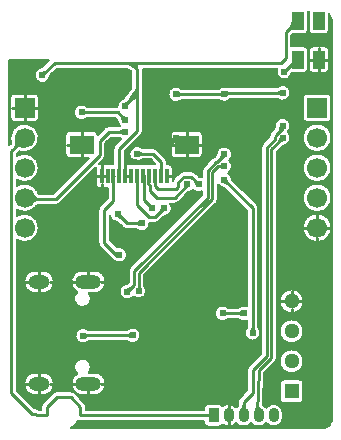
<source format=gbl>
G04 Layer: BottomLayer*
G04 EasyEDA Pro v2.2.32.3, 2024-12-05 12:24:41*
G04 Gerber Generator version 0.3*
G04 Scale: 100 percent, Rotated: No, Reflected: No*
G04 Dimensions in millimeters*
G04 Leading zeros omitted, absolute positions, 3 integers and 5 decimals*
%FSLAX35Y35*%
%MOMM*%
%ADD10C,0.2032*%
%ADD11C,0.254*%
%ADD12R,0.9X1.2*%
%ADD13O,0.9X1.2*%
%ADD14O,1.8X1.2*%
%ADD15O,2.2000X1.2*%
%ADD16O,2.2X1.2*%
%ADD17R,2.0X1.6*%
%ADD18R,2.0X1.6*%
%ADD19R,0.29997X1.3*%
%ADD20R,1.7X1.7*%
%ADD21C,1.7*%
%ADD22R,1.2954X1.2954*%
%ADD23C,1.2954*%
%ADD24R,0.997X1.54501*%
%ADD25C,0.61*%
G75*


G04 Copper Start*
G36*
G01X48099Y-1153292D02*
G01X35814Y-1165577D01*
G01X35814Y-447676D01*
G01X372715Y-447676D01*
G01X313163Y-507227D01*
G01X310373Y-507550D01*
G03X268430Y-620570I4948J-66129D01*
G03X381450Y-578627I46891J46891D01*
G01X381773Y-575837D01*
G01X439195Y-518414D01*
G01X1029172Y-518414D01*
G02X1069086Y-542289I-67599J-158313D01*
G01X1069086Y-682809D01*
G02X1025694Y-744476I-198949J93890D01*
G01X997788Y-772382D01*
G01X996416Y-773553D01*
G01X995169Y-774384D01*
G01X987824Y-778169D01*
G03X949725Y-840486I28176J-60031D01*
G01X693163Y-840486D01*
G01X690960Y-838739D01*
G03X581386Y-889000I-43260J-50261D01*
G03X690960Y-939261I66314J0D01*
G01X693163Y-937514D01*
G01X932405Y-937514D01*
G01X949548Y-954658D01*
G01X949871Y-957452D01*
G03X973375Y-1003300I66129J4952D01*
G01X972740Y-1003839D01*
G01X970537Y-1005586D01*
G01X876300Y-1005586D01*
G03X841995Y-1019795I0J-48514D01*
G01X782916Y-1078874D01*
G03X747192Y-1045588I-35725J-2528D01*
G01X547192Y-1045588D01*
G03X511378Y-1081402I0J-35814D01*
G01X511378Y-1241402D01*
G03X547192Y-1277216I35814J0D01*
G01X707625Y-1277216D01*
G01X407755Y-1577086D01*
G01X290992Y-1577086D01*
G01X287690Y-1576921D01*
G01X286424Y-1576713D01*
G01X286038Y-1576527D01*
G01X285309Y-1575776D01*
G01X284322Y-1574564D01*
G01X280110Y-1568360D01*
G01X274956Y-1559931D01*
G01X274576Y-1559324D01*
G01X268318Y-1549536D01*
G03X266838Y-1547395I-30174J-19292D01*
G01X264814Y-1544686D01*
G03X100714Y-1510673I-99714J-68214D01*
G01X100714Y-1461127D01*
G03X285914Y-1358900I64386J102227D01*
G03X100714Y-1256673I-120814J0D01*
G01X100714Y-1237895D01*
G01X116708Y-1221901D01*
G01X119637Y-1219219D01*
G01X120260Y-1218864D01*
G01X127676Y-1220520D01*
G01X137392Y-1222759D01*
G03X140141Y-1223280I8042J34899D01*
G01X143992Y-1223856D01*
G03X150512Y-1224830I21108J118956D01*
G01X151401Y-1224963D01*
G03X154710Y-1225301I5293J35421D01*
G01X156097Y-1225378D01*
G03X160723Y-1225635I9003J120478D01*
G01X161015Y-1225651D01*
G01X163461Y-1225703D01*
G03X167591Y-1225688I1639J120803D01*
G03X171718Y-1225532I-2491J120788D01*
G03X250528Y-1019472I-6725J120673D01*
G03X44468Y-1098282I-85388J-85535D01*
G03X44297Y-1106539I120632J-6618D01*
G01X44349Y-1108985D01*
G01X44365Y-1109277D01*
G03X44622Y-1113903I120735J4377D01*
G01X44699Y-1115290D01*
G03X45037Y-1118599I35759J1984D01*
G01X45170Y-1119488D01*
G03X46144Y-1126008I119930J14588D01*
G01X46720Y-1129859D01*
G03X47241Y-1132608I35421J5293D01*
G01X49480Y-1142324D01*
G01X51153Y-1149861D01*
G01X50781Y-1150363D01*
G01X48099Y-1153292D01*
G37*
%LPC*%
G36*
G01X44286Y-935900D02*
G03X80100Y-971714I35814J0D01*
G01X250100Y-971714D01*
G03X285914Y-935900I0J35814D01*
G01X285914Y-765900D01*
G03X250100Y-730086I-35814J0D01*
G01X80100Y-730086D01*
G03X44286Y-765900I0J-35814D01*
G01X44286Y-935900D01*
G37*
%LPD*%
G36*
G01X2700000Y-3564186D02*
G01X553974Y-3564186D01*
G03X618515Y-3498827I-58674J122486D01*
G03X638000Y-3502912I19485J44429D01*
G01X1684478Y-3502907D01*
G01X1684478Y-3514392D01*
G03X1720292Y-3550206I35814J0D01*
G01X1810292Y-3550206D01*
G03X1841389Y-3532159I0J35814D01*
G03X1955792Y-3519379I50904J62767D01*
G03X2082792Y-3519379I63500J49986D01*
G03X2209792Y-3519379I63500J49986D01*
G03X2354106Y-3469392I63500J49986D01*
G01X2354106Y-3439392D01*
G03X2209792Y-3389406I-80814J0D01*
G03X2188645Y-3370565I-63500J-49986D01*
G01X2188068Y-3370143D01*
G01X2187272Y-3369070D01*
G01X2186259Y-3367310D01*
G01X2185368Y-3365291D01*
G01X2184800Y-3363505D01*
G01X2184615Y-3362542D01*
G01X2184557Y-3361365D01*
G01X2194103Y-3093752D01*
G01X2287465Y-3000390D01*
G03X2301675Y-2966085I-34305J34305D01*
G01X2301675Y-1221335D01*
G01X2351658Y-1171352D01*
G01X2354452Y-1171029D01*
G03X2412619Y-1125236I-4952J66129D01*
G03X2392125Y-1054100I-63119J20336D01*
G03X2370504Y-940400I-42625J50800D01*
G03X2284904Y-1018297I-21004J-62900D01*
G01X2256795Y-1046405D01*
G03X2243408Y-1071817I34305J-34305D01*
G03X2234631Y-1099648I39737J-27831D01*
G01X2234631Y-1100814D01*
G01X2183256Y-1152189D01*
G03X2169047Y-1186493I34305J-34305D01*
G01X2169047Y-2931244D01*
G01X2063696Y-3036595D01*
G03X2049486Y-3070900I34305J-34305D01*
G01X2049486Y-3241305D01*
G01X1984988Y-3305803D01*
G03X1970778Y-3340108I34305J-34305D01*
G01X1970778Y-3367905D01*
G01X1970694Y-3368917D01*
G01X1970564Y-3369473D01*
G01X1970023Y-3370961D01*
G01X1969018Y-3373053D01*
G01X1967602Y-3375453D01*
G01X1965890Y-3377907D01*
G01X1964046Y-3380188D01*
G01X1961738Y-3382661D01*
G03X1955792Y-3389406I57554J-56731D01*
G03X1841389Y-3376625I-63500J-49986D01*
G03X1810292Y-3358578I-31096J-17767D01*
G01X1720292Y-3358578D01*
G03X1684478Y-3394392I0J-35814D01*
G01X1684478Y-3405879D01*
G01X686514Y-3405884D01*
G01X686514Y-3382592D01*
G03X672305Y-3348287I-48514J0D01*
G01X588713Y-3264695D01*
G03X554408Y-3250486I-34305J-34305D01*
G01X436192Y-3250486D01*
G03X401887Y-3264695I0J-48514D01*
G01X318295Y-3348287D01*
G03X304086Y-3382592I34305J-34305D01*
G01X304086Y-3405886D01*
G01X286725Y-3405886D01*
G03X254000Y-3393186I-32725J-35814D01*
G01X248695Y-3393186D01*
G01X100714Y-3245205D01*
G01X100714Y-1969127D01*
G03X285914Y-1866900I64386J102227D01*
G03X100714Y-1764673I-120814J0D01*
G01X100714Y-1715089D01*
G03X231325Y-1713946I64415J102233D01*
G03X259327Y-1688512I-66225J101046D01*
G01X265206Y-1682461D01*
G01X270906Y-1677148D01*
G01X274880Y-1674114D01*
G01X427851Y-1674114D01*
G03X462155Y-1659905I0J48514D01*
G01X767851Y-1354208D01*
G03X766356Y-1364449I34319J-10240D01*
G01X766356Y-1494448D01*
G03X802170Y-1530262I35814J0D01*
G01X832168Y-1530262D01*
G03X842124Y-1528850I0J35814D01*
G03X852081Y-1530262I9957J34402D01*
G01X868604Y-1530262D01*
G01X868604Y-1615487D01*
G01X803895Y-1680195D01*
G03X789686Y-1714500I34305J-34305D01*
G01X789686Y-1993900D01*
G03X803895Y-2028205I48514J0D01*
G01X905495Y-2129805D01*
G03X912265Y-2135443I34305J34305D01*
G03X1028375Y-2115661I52935J39943D01*
G03X945187Y-2032278I-63175J20161D01*
G01X886714Y-1973805D01*
G01X886714Y-1760952D01*
G03X947552Y-1818729I65786J8352D01*
G01X950342Y-1819052D01*
G01X994395Y-1863105D01*
G03X1028700Y-1877314I34305J34305D01*
G01X1110237Y-1877314D01*
G01X1112440Y-1879061D01*
G03X1184383Y-1888590I43260J50261D01*
G03X1221975Y-1826514I-28683J59790D01*
G01X1270000Y-1826514D01*
G03X1304305Y-1812305I0J48514D01*
G01X1348358Y-1768252D01*
G01X1351148Y-1767929D01*
G03X1398798Y-1661414I-4948J66129D01*
G01X1435100Y-1661414D01*
G03X1469405Y-1647205I0J48514D01*
G01X1551803Y-1564806D01*
G01X1553337Y-1564299D01*
G01X1557056Y-1563418D01*
G03X1590675Y-1544746I-14006J64818D01*
G03X1668486Y-1557645I47625J46146D01*
G01X1668486Y-1590759D01*
G01X1060396Y-2198849D01*
G03X1046186Y-2233154I34305J-34305D01*
G01X1046186Y-2326905D01*
G01X1032892Y-2340198D01*
G01X1030098Y-2340521D01*
G03X975999Y-2436824I4952J-66129D01*
G03X1085737Y-2449409I59051J30174D01*
G03X1177501Y-2446879I44563J49109D01*
G03X1178814Y-2355090I-47201J46579D01*
G01X1178814Y-2267995D01*
G01X1786905Y-1659905D01*
G03X1801114Y-1625600I-34305J34305D01*
G01X1801114Y-1500242D01*
G03X1849252Y-1526629I53086J39742D01*
G01X1852042Y-1526952D01*
G01X2046986Y-1721895D01*
G01X2046986Y-2530542D01*
G03X1976040Y-2540539I-27686J-60258D01*
G01X1973837Y-2542286D01*
G01X1886963Y-2542286D01*
G01X1884760Y-2540539D01*
G03X1775186Y-2590800I-43260J-50261D01*
G03X1884760Y-2641061I66314J0D01*
G01X1886963Y-2639314D01*
G01X1973837Y-2639314D01*
G01X1976040Y-2641061D01*
G03X2046986Y-2651058I43260J50261D01*
G01X2046986Y-2710437D01*
G01X2045239Y-2712640D01*
G03X2095500Y-2822214I50261J-43260D01*
G03X2145761Y-2712640I0J66314D01*
G01X2144014Y-2710437D01*
G01X2144014Y-1701800D01*
G03X2129805Y-1667495I-48514J0D01*
G01X1920652Y-1458342D01*
G01X1920329Y-1455552D01*
G03X1887837Y-1403350I-66129J-4948D01*
G03X1920285Y-1351703I-33637J57150D01*
G03X1896825Y-1295400I-66085J5503D01*
G03X1879356Y-1183242I-42625J50800D01*
G03X1788182Y-1250858I-25156J-61358D01*
G01X1774989Y-1264050D01*
G03X1754349Y-1276296I13665J-46550D01*
G01X1682696Y-1347949D01*
G03X1668486Y-1382254I34305J-34305D01*
G01X1668486Y-1439555D01*
G03X1643248Y-1432471I-30186J-59045D01*
G01X1640458Y-1432148D01*
G01X1609105Y-1400795D01*
G03X1574800Y-1386586I-34305J-34305D01*
G01X1511300Y-1386586D01*
G03X1476995Y-1400795I0J-48514D01*
G01X1431456Y-1446335D01*
G03X1418019Y-1472020I34305J-34305D01*
G01X1418019Y-1364449D01*
G03X1382205Y-1328635I-35814J0D01*
G01X1369314Y-1328635D01*
G01X1369314Y-1308100D01*
G03X1355105Y-1273795I-48514J0D01*
G01X1286494Y-1205185D01*
G03X1252190Y-1190976I-34305J-34305D01*
G01X1163063Y-1190976D01*
G01X1160860Y-1189229D01*
G03X1051286Y-1239490I-43260J-50261D01*
G03X1160860Y-1289751I66314J0D01*
G01X1163063Y-1288004D01*
G01X1232094Y-1288004D01*
G01X1272286Y-1328195D01*
G01X1272286Y-1328635D01*
G01X1252131Y-1328635D01*
G03X1242111Y-1330065I0J-35814D01*
G03X1232091Y-1328635I-10020J-34384D01*
G01X1202093Y-1328635D01*
G03X1192136Y-1330047I0J-35814D01*
G03X1182180Y-1328635I-9957J-34402D01*
G01X1152182Y-1328635D01*
G03X1142225Y-1330047I0J-35814D01*
G03X1132269Y-1328635I-9957J-34402D01*
G01X1102271Y-1328635D01*
G03X1092251Y-1330065I0J-35814D01*
G03X1082231Y-1328635I-10020J-34384D01*
G01X1052233Y-1328635D01*
G03X1042213Y-1330065I0J-35814D01*
G03X1032193Y-1328635I-10020J-34384D01*
G01X1013714Y-1328635D01*
G01X1013714Y-1220286D01*
G01X1151905Y-1082095D01*
G03X1166114Y-1047790I-34305J34305D01*
G01X1166114Y-520700D01*
G01X1166060Y-518414D01*
G01X2301942Y-518414D01*
G03X2343127Y-609612I60258J-27686D01*
G03X2427742Y-556193I19073J63512D01*
G01X2429088Y-556218D01*
G01X2528788Y-556218D01*
G03X2564602Y-520404I0J35814D01*
G01X2564602Y-365904D01*
G03X2528788Y-330090I-35814J0D01*
G01X2429088Y-330090D01*
G03X2423414Y-330542I0J-35814D01*
G01X2423414Y-232520D01*
G02X2432395Y-228710I15525J-24108D01*
G01X2528788Y-228710D01*
G03X2564602Y-192896I0J35814D01*
G01X2564602Y-38396D01*
G03X2564509Y-35814I-35814J0D01*
G01X2571371Y-35814D01*
G03X2571278Y-38396I35721J-2582D01*
G01X2571278Y-192896D01*
G03X2607092Y-228710I35814J0D01*
G01X2706792Y-228710D01*
G03X2742606Y-192896I0J35814D01*
G01X2742606Y-51994D01*
G02X2764186Y-100000I-42606J-48006D01*
G01X2764186Y-3500000D01*
G02X2700000Y-3564186I-64186J0D01*
G37*
%LPC*%
G36*
G01X317274Y-2228083D02*
G01X257274Y-2228083D01*
G03X257274Y-2419711I0J-95814D01*
G01X317274Y-2419711D01*
G03X317274Y-2228083I0J95814D01*
G37*
G36*
G01X317274Y-3092089D02*
G01X257274Y-3092089D01*
G03X257274Y-3283717I0J-95814D01*
G01X317274Y-3283717D01*
G03X317274Y-3092089I0J95814D01*
G37*
G36*
G01X755282Y-2419711D02*
G03X755282Y-2228083I0J95814D01*
G01X655282Y-2228083D01*
G03X613167Y-2409959I0J-95814D01*
G03X648031Y-2537343I42102J-56940D01*
G03X708071Y-2419711I7239J70444D01*
G01X755282Y-2419711D01*
G37*
G36*
G01X655282Y-3283717D02*
G01X755282Y-3283717D01*
G03X755282Y-3092089I0J95814D01*
G01X708071Y-3092089D01*
G03X648031Y-2974457I-52802J47188D01*
G03X613167Y-3101841I7239J-70444D01*
G03X655282Y-3283717I42115J-86062D01*
G37*
G36*
G01X1034037Y-2825193D02*
G01X1036240Y-2826940D01*
G03X1145814Y-2776679I43260J50261D01*
G03X1036240Y-2726418I-66314J0D01*
G01X1034037Y-2728165D01*
G01X700868Y-2728165D01*
G01X699375Y-2727420D01*
G01X696098Y-2725414D01*
G03X594724Y-2790477I-35698J-55886D01*
G03X710050Y-2825259I65676J9177D01*
G01X1034037Y-2825193D01*
G37*
G36*
G01X2304037Y-772414D02*
G01X2306240Y-774161D01*
G03X2415814Y-723900I43260J50261D01*
G03X2306240Y-673639I-66314J0D01*
G01X2304037Y-675386D01*
G01X1889224Y-675386D01*
G01X1885618Y-675190D01*
G01X1880897Y-674614D01*
G01X1876254Y-673798D01*
G01X1872646Y-672903D01*
G03X1810940Y-686339I-18446J-63697D01*
G01X1808737Y-688086D01*
G01X1493263Y-688086D01*
G01X1491060Y-686339D01*
G03X1381486Y-736600I-43260J-50261D01*
G03X1491060Y-786861I66314J0D01*
G01X1493263Y-785114D01*
G01X1808737Y-785114D01*
G01X1810940Y-786861D01*
G03X1910011Y-772414I43260J50261D01*
G01X2304037Y-772414D01*
G37*
G36*
G01X1673022Y-1081352D02*
G03X1637208Y-1045538I-35814J0D01*
G01X1437208Y-1045538D01*
G03X1401394Y-1081352I0J-35814D01*
G01X1401394Y-1241351D01*
G03X1437208Y-1277165I35814J0D01*
G01X1637208Y-1277165D01*
G03X1673022Y-1241351I0J35814D01*
G01X1673022Y-1081352D01*
G37*
G36*
G01X2425700Y-2388616D02*
G03X2425700Y-2589784I0J-100584D01*
G03X2425700Y-2388616I0J100584D01*
G37*
G36*
G01X2425700Y-2642616D02*
G03X2425700Y-2843784I0J-100584D01*
G03X2425700Y-2642616I0J100584D01*
G37*
G36*
G01X2325116Y-3315970D02*
G03X2360930Y-3351784I35814J0D01*
G01X2490470Y-3351784D01*
G03X2526284Y-3315970I0J35814D01*
G01X2526284Y-3186430D01*
G03X2490470Y-3150616I-35814J0D01*
G01X2360930Y-3150616D01*
G03X2325116Y-3186430I0J-35814D01*
G01X2325116Y-3315970D01*
G37*
G36*
G01X2425700Y-2896616D02*
G03X2425700Y-3097784I0J-100584D01*
G03X2425700Y-2896616I0J100584D01*
G37*
G36*
G01X2520786Y-935900D02*
G03X2556600Y-971714I35814J0D01*
G01X2726600Y-971714D01*
G03X2762414Y-935900I0J35814D01*
G01X2762414Y-765900D01*
G03X2726600Y-730086I-35814J0D01*
G01X2556600Y-730086D01*
G03X2520786Y-765900I0J-35814D01*
G01X2520786Y-935900D01*
G37*
G36*
G01X2641600Y-1492086D02*
G03X2641600Y-1733714I0J-120814D01*
G03X2641600Y-1492086I0J120814D01*
G37*
G36*
G01X2641600Y-1238086D02*
G03X2641600Y-1479714I0J-120814D01*
G03X2641600Y-1238086I0J120814D01*
G37*
G36*
G01X2641600Y-984086D02*
G03X2641600Y-1225714I0J-120814D01*
G03X2641600Y-984086I0J120814D01*
G37*
G36*
G01X2641600Y-1746086D02*
G03X2641600Y-1987714I0J-120814D01*
G03X2641600Y-1746086I0J120814D01*
G37*
G36*
G01X2607092Y-330090D02*
G03X2571278Y-365904I0J-35814D01*
G01X2571278Y-520404D01*
G03X2607092Y-556218I35814J0D01*
G01X2706792Y-556218D01*
G03X2742606Y-520404I0J35814D01*
G01X2742606Y-365904D01*
G03X2706792Y-330090I-35814J0D01*
G01X2607092Y-330090D01*
G37*
%LPD*%
G36*
G01X849006Y-1150003D02*
G01X896395Y-1102614D01*
G01X970537Y-1102614D01*
G01X972740Y-1104361D01*
G03X984387Y-1112394I43260J50261D01*
G01X930895Y-1165886D01*
G03X916686Y-1200190I34305J-34305D01*
G01X916686Y-1328635D01*
G01X902119Y-1328635D01*
G03X892099Y-1330065I0J-35814D01*
G03X882079Y-1328635I-10020J-34384D01*
G01X852081Y-1328635D01*
G03X842124Y-1330047I0J-35814D01*
G03X832168Y-1328635I-9957J-34402D01*
G01X802170Y-1328635D01*
G03X791930Y-1330130I0J-35814D01*
G01X834797Y-1287263D01*
G03X849006Y-1252959I-34305J34305D01*
G01X849006Y-1150003D01*
G37*
G54D10*
G01X48099Y-1153292D02*
G01X35814Y-1165577D01*
G01X35814Y-447676D01*
G01X372715Y-447676D01*
G01X313163Y-507227D01*
G01X310373Y-507550D01*
G03X268430Y-620570I4948J-66129D01*
G03X381450Y-578627I46891J46891D01*
G01X381773Y-575837D01*
G01X439195Y-518414D01*
G01X1029172Y-518414D01*
G02X1069086Y-542289I-67599J-158313D01*
G01X1069086Y-682809D01*
G02X1025694Y-744476I-198949J93890D01*
G01X997788Y-772382D01*
G01X996416Y-773553D01*
G01X995169Y-774384D01*
G01X987824Y-778169D01*
G03X949725Y-840486I28176J-60031D01*
G01X693163Y-840486D01*
G01X690960Y-838739D01*
G03X581386Y-889000I-43260J-50261D01*
G03X690960Y-939261I66314J0D01*
G01X693163Y-937514D01*
G01X932405Y-937514D01*
G01X949548Y-954658D01*
G01X949871Y-957452D01*
G03X973375Y-1003300I66129J4952D01*
G01X972740Y-1003839D01*
G01X970537Y-1005586D01*
G01X876300Y-1005586D01*
G03X841995Y-1019795I0J-48514D01*
G01X782916Y-1078874D01*
G03X747192Y-1045588I-35725J-2528D01*
G01X547192Y-1045588D01*
G03X511378Y-1081402I0J-35814D01*
G01X511378Y-1241402D01*
G03X547192Y-1277216I35814J0D01*
G01X707625Y-1277216D01*
G01X407755Y-1577086D01*
G01X290992Y-1577086D01*
G01X287690Y-1576921D01*
G01X286424Y-1576713D01*
G01X286038Y-1576527D01*
G01X285309Y-1575776D01*
G01X284322Y-1574564D01*
G01X280110Y-1568360D01*
G01X274956Y-1559931D01*
G01X274576Y-1559324D01*
G01X268318Y-1549536D01*
G03X266838Y-1547395I-30174J-19292D01*
G01X264814Y-1544686D01*
G03X100714Y-1510673I-99714J-68214D01*
G01X100714Y-1461127D01*
G03X285914Y-1358900I64386J102227D01*
G03X100714Y-1256673I-120814J0D01*
G01X100714Y-1237895D01*
G01X116708Y-1221901D01*
G01X119637Y-1219219D01*
G01X120260Y-1218864D01*
G01X127676Y-1220520D01*
G01X137392Y-1222759D01*
G03X140141Y-1223280I8042J34899D01*
G01X143992Y-1223856D01*
G03X150512Y-1224830I21108J118956D01*
G01X151401Y-1224963D01*
G03X154710Y-1225301I5293J35421D01*
G01X156097Y-1225378D01*
G03X160723Y-1225635I9003J120478D01*
G01X161015Y-1225651D01*
G01X163461Y-1225703D01*
G03X167591Y-1225688I1639J120803D01*
G03X171718Y-1225532I-2491J120788D01*
G03X250528Y-1019472I-6725J120673D01*
G03X44468Y-1098282I-85388J-85535D01*
G03X44297Y-1106539I120632J-6618D01*
G01X44349Y-1108985D01*
G01X44365Y-1109277D01*
G03X44622Y-1113903I120735J4377D01*
G01X44699Y-1115290D01*
G03X45037Y-1118599I35759J1984D01*
G01X45170Y-1119488D01*
G03X46144Y-1126008I119930J14588D01*
G01X46720Y-1129859D01*
G03X47241Y-1132608I35421J5293D01*
G01X49480Y-1142324D01*
G01X51153Y-1149861D01*
G01X50781Y-1150363D01*
G01X48099Y-1153292D01*
G01X44286Y-935900D02*
G03X80100Y-971714I35814J0D01*
G01X250100Y-971714D01*
G03X285914Y-935900I0J35814D01*
G01X285914Y-765900D01*
G03X250100Y-730086I-35814J0D01*
G01X80100Y-730086D01*
G03X44286Y-765900I0J-35814D01*
G01X44286Y-935900D01*
G01X2700000Y-3564186D02*
G01X553974Y-3564186D01*
G03X618515Y-3498827I-58674J122486D01*
G03X638000Y-3502912I19485J44429D01*
G01X1684478Y-3502907D01*
G01X1684478Y-3514392D01*
G03X1720292Y-3550206I35814J0D01*
G01X1810292Y-3550206D01*
G03X1841389Y-3532159I0J35814D01*
G03X1955792Y-3519379I50904J62767D01*
G03X2082792Y-3519379I63500J49986D01*
G03X2209792Y-3519379I63500J49986D01*
G03X2354106Y-3469392I63500J49986D01*
G01X2354106Y-3439392D01*
G03X2209792Y-3389406I-80814J0D01*
G03X2188645Y-3370565I-63500J-49986D01*
G01X2188068Y-3370143D01*
G01X2187272Y-3369070D01*
G01X2186259Y-3367310D01*
G01X2185368Y-3365291D01*
G01X2184800Y-3363505D01*
G01X2184615Y-3362542D01*
G01X2184557Y-3361365D01*
G01X2194103Y-3093752D01*
G01X2287465Y-3000390D01*
G03X2301675Y-2966085I-34305J34305D01*
G01X2301675Y-1221335D01*
G01X2351658Y-1171352D01*
G01X2354452Y-1171029D01*
G03X2412619Y-1125236I-4952J66129D01*
G03X2392125Y-1054100I-63119J20336D01*
G03X2370504Y-940400I-42625J50800D01*
G03X2284904Y-1018297I-21004J-62900D01*
G01X2256795Y-1046405D01*
G03X2243408Y-1071817I34305J-34305D01*
G03X2234631Y-1099648I39737J-27831D01*
G01X2234631Y-1100814D01*
G01X2183256Y-1152189D01*
G03X2169047Y-1186493I34305J-34305D01*
G01X2169047Y-2931244D01*
G01X2063696Y-3036595D01*
G03X2049486Y-3070900I34305J-34305D01*
G01X2049486Y-3241305D01*
G01X1984988Y-3305803D01*
G03X1970778Y-3340108I34305J-34305D01*
G01X1970778Y-3367905D01*
G01X1970694Y-3368917D01*
G01X1970564Y-3369473D01*
G01X1970023Y-3370961D01*
G01X1969018Y-3373053D01*
G01X1967602Y-3375453D01*
G01X1965890Y-3377907D01*
G01X1964046Y-3380188D01*
G01X1961738Y-3382661D01*
G03X1955792Y-3389406I57554J-56731D01*
G03X1841389Y-3376625I-63500J-49986D01*
G03X1810292Y-3358578I-31096J-17767D01*
G01X1720292Y-3358578D01*
G03X1684478Y-3394392I0J-35814D01*
G01X1684478Y-3405879D01*
G01X686514Y-3405884D01*
G01X686514Y-3382592D01*
G03X672305Y-3348287I-48514J0D01*
G01X588713Y-3264695D01*
G03X554408Y-3250486I-34305J-34305D01*
G01X436192Y-3250486D01*
G03X401887Y-3264695I0J-48514D01*
G01X318295Y-3348287D01*
G03X304086Y-3382592I34305J-34305D01*
G01X304086Y-3405886D01*
G01X286725Y-3405886D01*
G03X254000Y-3393186I-32725J-35814D01*
G01X248695Y-3393186D01*
G01X100714Y-3245205D01*
G01X100714Y-1969127D01*
G03X285914Y-1866900I64386J102227D01*
G03X100714Y-1764673I-120814J0D01*
G01X100714Y-1715089D01*
G03X231325Y-1713946I64415J102233D01*
G03X259327Y-1688512I-66225J101046D01*
G01X265206Y-1682461D01*
G01X270906Y-1677148D01*
G01X274880Y-1674114D01*
G01X427851Y-1674114D01*
G03X462155Y-1659905I0J48514D01*
G01X767851Y-1354208D01*
G03X766356Y-1364449I34319J-10240D01*
G01X766356Y-1494448D01*
G03X802170Y-1530262I35814J0D01*
G01X832168Y-1530262D01*
G03X842124Y-1528850I0J35814D01*
G03X852081Y-1530262I9957J34402D01*
G01X868604Y-1530262D01*
G01X868604Y-1615487D01*
G01X803895Y-1680195D01*
G03X789686Y-1714500I34305J-34305D01*
G01X789686Y-1993900D01*
G03X803895Y-2028205I48514J0D01*
G01X905495Y-2129805D01*
G03X912265Y-2135443I34305J34305D01*
G03X1028375Y-2115661I52935J39943D01*
G03X945187Y-2032278I-63175J20161D01*
G01X886714Y-1973805D01*
G01X886714Y-1760952D01*
G03X947552Y-1818729I65786J8352D01*
G01X950342Y-1819052D01*
G01X994395Y-1863105D01*
G03X1028700Y-1877314I34305J34305D01*
G01X1110237Y-1877314D01*
G01X1112440Y-1879061D01*
G03X1184383Y-1888590I43260J50261D01*
G03X1221975Y-1826514I-28683J59790D01*
G01X1270000Y-1826514D01*
G03X1304305Y-1812305I0J48514D01*
G01X1348358Y-1768252D01*
G01X1351148Y-1767929D01*
G03X1398798Y-1661414I-4948J66129D01*
G01X1435100Y-1661414D01*
G03X1469405Y-1647205I0J48514D01*
G01X1551803Y-1564806D01*
G01X1553337Y-1564299D01*
G01X1557056Y-1563418D01*
G03X1590675Y-1544746I-14006J64818D01*
G03X1668486Y-1557645I47625J46146D01*
G01X1668486Y-1590759D01*
G01X1060396Y-2198849D01*
G03X1046186Y-2233154I34305J-34305D01*
G01X1046186Y-2326905D01*
G01X1032892Y-2340198D01*
G01X1030098Y-2340521D01*
G03X975999Y-2436824I4952J-66129D01*
G03X1085737Y-2449409I59051J30174D01*
G03X1177501Y-2446879I44563J49109D01*
G03X1178814Y-2355090I-47201J46579D01*
G01X1178814Y-2267995D01*
G01X1786905Y-1659905D01*
G03X1801114Y-1625600I-34305J34305D01*
G01X1801114Y-1500242D01*
G03X1849252Y-1526629I53086J39742D01*
G01X1852042Y-1526952D01*
G01X2046986Y-1721895D01*
G01X2046986Y-2530542D01*
G03X1976040Y-2540539I-27686J-60258D01*
G01X1973837Y-2542286D01*
G01X1886963Y-2542286D01*
G01X1884760Y-2540539D01*
G03X1775186Y-2590800I-43260J-50261D01*
G03X1884760Y-2641061I66314J0D01*
G01X1886963Y-2639314D01*
G01X1973837Y-2639314D01*
G01X1976040Y-2641061D01*
G03X2046986Y-2651058I43260J50261D01*
G01X2046986Y-2710437D01*
G01X2045239Y-2712640D01*
G03X2095500Y-2822214I50261J-43260D01*
G03X2145761Y-2712640I0J66314D01*
G01X2144014Y-2710437D01*
G01X2144014Y-1701800D01*
G03X2129805Y-1667495I-48514J0D01*
G01X1920652Y-1458342D01*
G01X1920329Y-1455552D01*
G03X1887837Y-1403350I-66129J-4948D01*
G03X1920285Y-1351703I-33637J57150D01*
G03X1896825Y-1295400I-66085J5503D01*
G03X1879356Y-1183242I-42625J50800D01*
G03X1788182Y-1250858I-25156J-61358D01*
G01X1774989Y-1264050D01*
G03X1754349Y-1276296I13665J-46550D01*
G01X1682696Y-1347949D01*
G03X1668486Y-1382254I34305J-34305D01*
G01X1668486Y-1439555D01*
G03X1643248Y-1432471I-30186J-59045D01*
G01X1640458Y-1432148D01*
G01X1609105Y-1400795D01*
G03X1574800Y-1386586I-34305J-34305D01*
G01X1511300Y-1386586D01*
G03X1476995Y-1400795I0J-48514D01*
G01X1431456Y-1446335D01*
G03X1418019Y-1472020I34305J-34305D01*
G01X1418019Y-1364449D01*
G03X1382205Y-1328635I-35814J0D01*
G01X1369314Y-1328635D01*
G01X1369314Y-1308100D01*
G03X1355105Y-1273795I-48514J0D01*
G01X1286494Y-1205185D01*
G03X1252190Y-1190976I-34305J-34305D01*
G01X1163063Y-1190976D01*
G01X1160860Y-1189229D01*
G03X1051286Y-1239490I-43260J-50261D01*
G03X1160860Y-1289751I66314J0D01*
G01X1163063Y-1288004D01*
G01X1232094Y-1288004D01*
G01X1272286Y-1328195D01*
G01X1272286Y-1328635D01*
G01X1252131Y-1328635D01*
G03X1242111Y-1330065I0J-35814D01*
G03X1232091Y-1328635I-10020J-34384D01*
G01X1202093Y-1328635D01*
G03X1192136Y-1330047I0J-35814D01*
G03X1182180Y-1328635I-9957J-34402D01*
G01X1152182Y-1328635D01*
G03X1142225Y-1330047I0J-35814D01*
G03X1132269Y-1328635I-9957J-34402D01*
G01X1102271Y-1328635D01*
G03X1092251Y-1330065I0J-35814D01*
G03X1082231Y-1328635I-10020J-34384D01*
G01X1052233Y-1328635D01*
G03X1042213Y-1330065I0J-35814D01*
G03X1032193Y-1328635I-10020J-34384D01*
G01X1013714Y-1328635D01*
G01X1013714Y-1220286D01*
G01X1151905Y-1082095D01*
G03X1166114Y-1047790I-34305J34305D01*
G01X1166114Y-520700D01*
G01X1166060Y-518414D01*
G01X2301942Y-518414D01*
G03X2343127Y-609612I60258J-27686D01*
G03X2427742Y-556193I19073J63512D01*
G01X2429088Y-556218D01*
G01X2528788Y-556218D01*
G03X2564602Y-520404I0J35814D01*
G01X2564602Y-365904D01*
G03X2528788Y-330090I-35814J0D01*
G01X2429088Y-330090D01*
G03X2423414Y-330542I0J-35814D01*
G01X2423414Y-232520D01*
G02X2432395Y-228710I15525J-24108D01*
G01X2528788Y-228710D01*
G03X2564602Y-192896I0J35814D01*
G01X2564602Y-38396D01*
G03X2564509Y-35814I-35814J0D01*
G01X2571371Y-35814D01*
G03X2571278Y-38396I35721J-2582D01*
G01X2571278Y-192896D01*
G03X2607092Y-228710I35814J0D01*
G01X2706792Y-228710D01*
G03X2742606Y-192896I0J35814D01*
G01X2742606Y-51994D01*
G02X2764186Y-100000I-42606J-48006D01*
G01X2764186Y-3500000D01*
G02X2700000Y-3564186I-64186J0D01*
G01X317274Y-2228083D02*
G01X257274Y-2228083D01*
G03X257274Y-2419711I0J-95814D01*
G01X317274Y-2419711D01*
G03X317274Y-2228083I0J95814D01*
G01X317274Y-3092089D02*
G01X257274Y-3092089D01*
G03X257274Y-3283717I0J-95814D01*
G01X317274Y-3283717D01*
G03X317274Y-3092089I0J95814D01*
G01X755282Y-2419711D02*
G03X755282Y-2228083I0J95814D01*
G01X655282Y-2228083D01*
G03X613167Y-2409959I0J-95814D01*
G03X648031Y-2537343I42102J-56940D01*
G03X708071Y-2419711I7239J70444D01*
G01X755282Y-2419711D01*
G01X655282Y-3283717D02*
G01X755282Y-3283717D01*
G03X755282Y-3092089I0J95814D01*
G01X708071Y-3092089D01*
G03X648031Y-2974457I-52802J47188D01*
G03X613167Y-3101841I7239J-70444D01*
G03X655282Y-3283717I42115J-86062D01*
G01X1034037Y-2825193D02*
G01X1036240Y-2826940D01*
G03X1145814Y-2776679I43260J50261D01*
G03X1036240Y-2726418I-66314J0D01*
G01X1034037Y-2728165D01*
G01X700868Y-2728165D01*
G01X699375Y-2727420D01*
G01X696098Y-2725414D01*
G03X594724Y-2790477I-35698J-55886D01*
G03X710050Y-2825259I65676J9177D01*
G01X1034037Y-2825193D01*
G01X2304037Y-772414D02*
G01X2306240Y-774161D01*
G03X2415814Y-723900I43260J50261D01*
G03X2306240Y-673639I-66314J0D01*
G01X2304037Y-675386D01*
G01X1889224Y-675386D01*
G01X1885618Y-675190D01*
G01X1880897Y-674614D01*
G01X1876254Y-673798D01*
G01X1872646Y-672903D01*
G03X1810940Y-686339I-18446J-63697D01*
G01X1808737Y-688086D01*
G01X1493263Y-688086D01*
G01X1491060Y-686339D01*
G03X1381486Y-736600I-43260J-50261D01*
G03X1491060Y-786861I66314J0D01*
G01X1493263Y-785114D01*
G01X1808737Y-785114D01*
G01X1810940Y-786861D01*
G03X1910011Y-772414I43260J50261D01*
G01X2304037Y-772414D01*
G01X1673022Y-1081352D02*
G03X1637208Y-1045538I-35814J0D01*
G01X1437208Y-1045538D01*
G03X1401394Y-1081352I0J-35814D01*
G01X1401394Y-1241351D01*
G03X1437208Y-1277165I35814J0D01*
G01X1637208Y-1277165D01*
G03X1673022Y-1241351I0J35814D01*
G01X1673022Y-1081352D01*
G01X2425700Y-2388616D02*
G03X2425700Y-2589784I0J-100584D01*
G03X2425700Y-2388616I0J100584D01*
G01X2425700Y-2642616D02*
G03X2425700Y-2843784I0J-100584D01*
G03X2425700Y-2642616I0J100584D01*
G01X2325116Y-3315970D02*
G03X2360930Y-3351784I35814J0D01*
G01X2490470Y-3351784D01*
G03X2526284Y-3315970I0J35814D01*
G01X2526284Y-3186430D01*
G03X2490470Y-3150616I-35814J0D01*
G01X2360930Y-3150616D01*
G03X2325116Y-3186430I0J-35814D01*
G01X2325116Y-3315970D01*
G01X2425700Y-2896616D02*
G03X2425700Y-3097784I0J-100584D01*
G03X2425700Y-2896616I0J100584D01*
G01X2520786Y-935900D02*
G03X2556600Y-971714I35814J0D01*
G01X2726600Y-971714D01*
G03X2762414Y-935900I0J35814D01*
G01X2762414Y-765900D01*
G03X2726600Y-730086I-35814J0D01*
G01X2556600Y-730086D01*
G03X2520786Y-765900I0J-35814D01*
G01X2520786Y-935900D01*
G01X2641600Y-1492086D02*
G03X2641600Y-1733714I0J-120814D01*
G03X2641600Y-1492086I0J120814D01*
G01X2641600Y-1238086D02*
G03X2641600Y-1479714I0J-120814D01*
G03X2641600Y-1238086I0J120814D01*
G01X2641600Y-984086D02*
G03X2641600Y-1225714I0J-120814D01*
G03X2641600Y-984086I0J120814D01*
G01X2641600Y-1746086D02*
G03X2641600Y-1987714I0J-120814D01*
G03X2641600Y-1746086I0J120814D01*
G01X2607092Y-330090D02*
G03X2571278Y-365904I0J-35814D01*
G01X2571278Y-520404D01*
G03X2607092Y-556218I35814J0D01*
G01X2706792Y-556218D01*
G03X2742606Y-520404I0J35814D01*
G01X2742606Y-365904D01*
G03X2706792Y-330090I-35814J0D01*
G01X2607092Y-330090D01*
G01X849006Y-1150003D02*
G01X896395Y-1102614D01*
G01X970537Y-1102614D01*
G01X972740Y-1104361D01*
G03X984387Y-1112394I43260J50261D01*
G01X930895Y-1165886D01*
G03X916686Y-1200190I34305J-34305D01*
G01X916686Y-1328635D01*
G01X902119Y-1328635D01*
G03X892099Y-1330065I0J-35814D01*
G03X882079Y-1328635I-10020J-34384D01*
G01X852081Y-1328635D01*
G03X842124Y-1330047I0J-35814D01*
G03X832168Y-1328635I-9957J-34402D01*
G01X802170Y-1328635D01*
G03X791930Y-1330130I0J-35814D01*
G01X834797Y-1287263D01*
G03X849006Y-1252959I-34305J34305D01*
G01X849006Y-1150003D01*
G54D11*
G01X547446Y-1161402D02*
G01X521538Y-1161402D01*
G01X647192Y-1081656D02*
G01X647192Y-1055748D01*
G01X647192Y-1241148D02*
G01X647192Y-1267056D01*
G01X802424Y-1429448D02*
G01X776516Y-1429448D01*
G01X817169Y-1364703D02*
G01X817169Y-1338795D01*
G01X817169Y-1494194D02*
G01X817169Y-1520102D01*
G01X1381951Y-1429448D02*
G01X1407859Y-1429448D01*
G01X1636954Y-1161351D02*
G01X1662862Y-1161351D01*
G01X1437462Y-1161351D02*
G01X1411554Y-1161351D01*
G01X1537208Y-1241097D02*
G01X1537208Y-1267005D01*
G01X1537208Y-1081606D02*
G01X1537208Y-1055698D01*
G01X2656942Y-366158D02*
G01X2656942Y-340250D01*
G01X2656942Y-520150D02*
G01X2656942Y-546058D01*
G01X2706538Y-443154D02*
G01X2732446Y-443154D01*
G01X2607346Y-443154D02*
G01X2581438Y-443154D01*
G01X165100Y-766154D02*
G01X165100Y-740246D01*
G01X165100Y-935646D02*
G01X165100Y-961554D01*
G01X249846Y-850900D02*
G01X275754Y-850900D01*
G01X80354Y-850900D02*
G01X54446Y-850900D01*
G01X287274Y-3128157D02*
G01X287274Y-3102249D01*
G01X287274Y-3247649D02*
G01X287274Y-3273557D01*
G01X377020Y-3187903D02*
G01X402928Y-3187903D01*
G01X197528Y-3187903D02*
G01X171620Y-3187903D01*
G01X287274Y-2264151D02*
G01X287274Y-2238243D01*
G01X287274Y-2383643D02*
G01X287274Y-2409551D01*
G01X377020Y-2323897D02*
G01X402928Y-2323897D01*
G01X197528Y-2323897D02*
G01X171620Y-2323897D01*
G01X705282Y-3247649D02*
G01X705282Y-3273557D01*
G01X815028Y-3187903D02*
G01X840936Y-3187903D01*
G01X595536Y-3187903D02*
G01X569628Y-3187903D01*
G01X705282Y-2264151D02*
G01X705282Y-2238243D01*
G01X815028Y-2323897D02*
G01X840936Y-2323897D01*
G01X595536Y-2323897D02*
G01X569628Y-2323897D01*
G01X1892292Y-3394646D02*
G01X1892292Y-3368738D01*
G01X1892292Y-3514138D02*
G01X1892292Y-3540046D01*
G01X2425700Y-2424684D02*
G01X2425700Y-2398776D01*
G01X2425700Y-2553716D02*
G01X2425700Y-2579624D01*
G01X2490216Y-2489200D02*
G01X2516124Y-2489200D01*
G01X2361184Y-2489200D02*
G01X2335276Y-2489200D01*
G01X2641600Y-1782154D02*
G01X2641600Y-1756246D01*
G01X2641600Y-1951646D02*
G01X2641600Y-1977554D01*
G01X2726346Y-1866900D02*
G01X2752254Y-1866900D01*
G01X2556854Y-1866900D02*
G01X2530946Y-1866900D01*
G04 Copper End*

G04 TearDrop Start*
G36*
G01X2006592Y-3369403D02*
G01X2031992Y-3369403D01*
G01X2032420Y-3374510D01*
G01X2033629Y-3379693D01*
G01X2035509Y-3384864D01*
G01X2037946Y-3389937D01*
G01X2040829Y-3394825D01*
G01X2044047Y-3399439D01*
G01X2047489Y-3403694D01*
G01X2051042Y-3407503D01*
G01X1987542Y-3407503D01*
G01X1991096Y-3403694D01*
G01X1994537Y-3399439D01*
G01X1997756Y-3394825D01*
G01X2000639Y-3389937D01*
G01X2003076Y-3384864D01*
G01X2004955Y-3379693D01*
G01X2006164Y-3374510D01*
G01X2006592Y-3369403D01*
G37*
G36*
G01X2122672Y-3379105D02*
G01X2148712Y-3361600D01*
G01X2148967Y-3366822D01*
G01X2150032Y-3372352D01*
G01X2151825Y-3377986D01*
G01X2154264Y-3383514D01*
G01X2157266Y-3388732D01*
G01X2160749Y-3393430D01*
G01X2164631Y-3397402D01*
G01X2168828Y-3400442D01*
G01X2107441Y-3416686D01*
G01X2112868Y-3407535D01*
G01X2117634Y-3398643D01*
G01X2119573Y-3394097D01*
G01X2121112Y-3389378D01*
G01X2122171Y-3384407D01*
G01X2122672Y-3379105D01*
G37*
G36*
G01X91938Y-1196022D02*
G01X73978Y-1178062D01*
G01X78452Y-1173177D01*
G01X81873Y-1168558D01*
G01X84349Y-1164149D01*
G01X85991Y-1159892D01*
G01X86906Y-1155733D01*
G01X87205Y-1151613D01*
G01X86995Y-1147476D01*
G01X86386Y-1143267D01*
G01X84407Y-1134402D01*
G01X82141Y-1124566D01*
G01X80458Y-1113306D01*
G01X80108Y-1107001D01*
G01X80232Y-1100171D01*
G01X169829Y-1189768D01*
G01X162999Y-1189892D01*
G01X156694Y-1189542D01*
G01X145434Y-1187859D01*
G01X135598Y-1185593D01*
G01X126733Y-1183614D01*
G01X122524Y-1183005D01*
G01X118387Y-1182795D01*
G01X114267Y-1183094D01*
G01X110108Y-1184009D01*
G01X105851Y-1185651D01*
G01X101442Y-1188127D01*
G01X96823Y-1191548D01*
G01X91938Y-1196022D01*
G37*
G36*
G01X290096Y-1612900D02*
G01X271164Y-1638300D01*
G01X267250Y-1638688D01*
G01X263334Y-1639795D01*
G01X259423Y-1641539D01*
G01X255521Y-1643835D01*
G01X247773Y-1649750D01*
G01X240136Y-1656870D01*
G01X225390Y-1672047D01*
G01X218376Y-1678766D01*
G01X211665Y-1684011D01*
G01X230596Y-1558723D01*
G01X238145Y-1568828D01*
G01X244403Y-1578616D01*
G01X250000Y-1587769D01*
G01X255566Y-1595970D01*
G01X258534Y-1599614D01*
G01X261729Y-1602901D01*
G01X265232Y-1605791D01*
G01X269120Y-1608244D01*
G01X273471Y-1610222D01*
G01X278365Y-1611683D01*
G01X283881Y-1612589D01*
G01X290096Y-1612900D01*
G37*
G36*
G01X1037817Y-2789379D02*
G01X1037817Y-2763979D01*
G01X1040664Y-2763754D01*
G01X1043538Y-2763117D01*
G01X1049210Y-2760844D01*
G01X1054523Y-2757630D01*
G01X1059167Y-2753946D01*
G01X1059167Y-2799413D01*
G01X1054523Y-2795729D01*
G01X1049210Y-2792515D01*
G01X1043538Y-2790242D01*
G01X1040664Y-2789605D01*
G01X1037817Y-2789379D01*
G37*
G36*
G01X698405Y-2763979D02*
G01X705293Y-2789379D01*
G01X702463Y-2789633D01*
G01X699521Y-2790352D01*
G01X693617Y-2792914D01*
G01X688214Y-2796537D01*
G01X683943Y-2800691D01*
G01X677055Y-2755749D01*
G01X681995Y-2758771D01*
G01X687271Y-2761407D01*
G01X692777Y-2763272D01*
G01X698405Y-2763979D01*
G37*
G36*
G01X1977617Y-2603500D02*
G01X1977617Y-2578100D01*
G01X1980464Y-2577875D01*
G01X1983338Y-2577238D01*
G01X1989010Y-2574965D01*
G01X1994323Y-2571751D01*
G01X1998967Y-2568066D01*
G01X1998967Y-2613534D01*
G01X1994323Y-2609849D01*
G01X1989010Y-2606635D01*
G01X1983338Y-2604362D01*
G01X1980464Y-2603725D01*
G01X1977617Y-2603500D01*
G37*
G36*
G01X1883183Y-2578100D02*
G01X1883183Y-2603500D01*
G01X1880336Y-2603725D01*
G01X1877462Y-2604362D01*
G01X1871790Y-2606635D01*
G01X1866477Y-2609849D01*
G01X1861833Y-2613534D01*
G01X1861833Y-2568066D01*
G01X1866477Y-2571751D01*
G01X1871790Y-2574965D01*
G01X1877462Y-2577238D01*
G01X1880336Y-2577875D01*
G01X1883183Y-2578100D01*
G37*
G36*
G01X1892655Y-1480994D02*
G01X1874694Y-1498955D01*
G01X1872521Y-1497100D01*
G01X1870039Y-1495519D01*
G01X1864421Y-1493115D01*
G01X1858392Y-1491632D01*
G01X1852503Y-1490953D01*
G01X1884653Y-1458803D01*
G01X1885332Y-1464692D01*
G01X1886815Y-1470721D01*
G01X1889219Y-1476339D01*
G01X1890800Y-1478821D01*
G01X1892655Y-1480994D01*
G37*
G36*
G01X2082800Y-2714217D02*
G01X2108200Y-2714217D01*
G01X2108425Y-2717064D01*
G01X2109062Y-2719938D01*
G01X2111335Y-2725610D01*
G01X2114549Y-2730923D01*
G01X2118234Y-2735567D01*
G01X2072766Y-2735567D01*
G01X2076451Y-2730923D01*
G01X2079665Y-2725610D01*
G01X2081938Y-2719938D01*
G01X2082575Y-2717064D01*
G01X2082800Y-2714217D01*
G37*
G36*
G01X2307817Y-736600D02*
G01X2307817Y-711200D01*
G01X2310664Y-710975D01*
G01X2313538Y-710338D01*
G01X2319210Y-708065D01*
G01X2324523Y-704851D01*
G01X2329167Y-701166D01*
G01X2329167Y-746634D01*
G01X2324523Y-742949D01*
G01X2319210Y-739735D01*
G01X2313538Y-737462D01*
G01X2310664Y-736825D01*
G01X2307817Y-736600D01*
G37*
G36*
G01X1812517Y-749300D02*
G01X1812517Y-723900D01*
G01X1815364Y-723675D01*
G01X1818238Y-723038D01*
G01X1823910Y-720765D01*
G01X1829223Y-717551D01*
G01X1833867Y-713866D01*
G01X1833867Y-759334D01*
G01X1829223Y-755649D01*
G01X1823910Y-752435D01*
G01X1818238Y-750162D01*
G01X1815364Y-749525D01*
G01X1812517Y-749300D01*
G37*
G36*
G01X1888250Y-711200D02*
G01X1903503Y-736600D01*
G01X1900417Y-736823D01*
G01X1897238Y-737474D01*
G01X1894072Y-738525D01*
G01X1891025Y-739948D01*
G01X1888204Y-741715D01*
G01X1885714Y-743798D01*
G01X1883662Y-746170D01*
G01X1882153Y-748802D01*
G01X1863221Y-707464D01*
G01X1868832Y-708857D01*
G01X1875627Y-710051D01*
G01X1882475Y-710886D01*
G01X1888250Y-711200D01*
G37*
G36*
G01X2329006Y-1143355D02*
G01X2311045Y-1125394D01*
G01X2312900Y-1123221D01*
G01X2314481Y-1120739D01*
G01X2316885Y-1115121D01*
G01X2318368Y-1109092D01*
G01X2319047Y-1103203D01*
G01X2351197Y-1135353D01*
G01X2345308Y-1136032D01*
G01X2339279Y-1137515D01*
G01X2333661Y-1139919D01*
G01X2331179Y-1141500D01*
G01X2329006Y-1143355D01*
G37*
G36*
G01X2343383Y-1046387D02*
G01X2314937Y-1038912D01*
G01X2317013Y-1036537D01*
G01X2318848Y-1033821D01*
G01X2320382Y-1030851D01*
G01X2321554Y-1027712D01*
G01X2322303Y-1024492D01*
G01X2322571Y-1021275D01*
G01X2322295Y-1018149D01*
G01X2321416Y-1015198D01*
G01X2364444Y-1029888D01*
G01X2359134Y-1033273D01*
G01X2353449Y-1037524D01*
G01X2343383Y-1046387D01*
G37*
G36*
G01X1427306Y-1143355D02*
G01X1409345Y-1125394D01*
G01X1411200Y-1123221D01*
G01X1412781Y-1120739D01*
G01X1415185Y-1115121D01*
G01X1416668Y-1109092D01*
G01X1417347Y-1103203D01*
G01X1449497Y-1135353D01*
G01X1443608Y-1136032D01*
G01X1437579Y-1137515D01*
G01X1431961Y-1139919D01*
G01X1429479Y-1141500D01*
G01X1427306Y-1143355D01*
G37*
G36*
G01X1114017Y-1841500D02*
G01X1114017Y-1816100D01*
G01X1116864Y-1815875D01*
G01X1119738Y-1815238D01*
G01X1125410Y-1812965D01*
G01X1130723Y-1809751D01*
G01X1135367Y-1806066D01*
G01X1135367Y-1851534D01*
G01X1130723Y-1847849D01*
G01X1125410Y-1844635D01*
G01X1119738Y-1842362D01*
G01X1116864Y-1841725D01*
G01X1114017Y-1841500D01*
G37*
G36*
G01X990955Y-1773094D02*
G01X972994Y-1791055D01*
G01X970821Y-1789200D01*
G01X968339Y-1787619D01*
G01X962721Y-1785215D01*
G01X956692Y-1783732D01*
G01X950803Y-1783053D01*
G01X982953Y-1750903D01*
G01X983632Y-1756792D01*
G01X985115Y-1762821D01*
G01X987519Y-1768439D01*
G01X989100Y-1770921D01*
G01X990955Y-1773094D01*
G37*
G36*
G01X974317Y-1066800D02*
G01X974317Y-1041400D01*
G01X977164Y-1041175D01*
G01X980038Y-1040538D01*
G01X985710Y-1038265D01*
G01X991023Y-1035051D01*
G01X995667Y-1031366D01*
G01X995667Y-1076834D01*
G01X991023Y-1073149D01*
G01X985710Y-1069935D01*
G01X980038Y-1067662D01*
G01X977164Y-1067025D01*
G01X974317Y-1066800D01*
G37*
G36*
G01X1055544Y-2368195D02*
G01X1073505Y-2386156D01*
G01X1071650Y-2388329D01*
G01X1070069Y-2390811D01*
G01X1067665Y-2396429D01*
G01X1066182Y-2402458D01*
G01X1065503Y-2408347D01*
G01X1033353Y-2376197D01*
G01X1039242Y-2375518D01*
G01X1045271Y-2374035D01*
G01X1050889Y-2371631D01*
G01X1053371Y-2370050D01*
G01X1055544Y-2368195D01*
G37*
G36*
G01X1841734Y-1283876D02*
G01X1817177Y-1272511D01*
G01X1818984Y-1270335D01*
G01X1820558Y-1267716D01*
G01X1822935Y-1261611D01*
G01X1824150Y-1255125D01*
G01X1824047Y-1249186D01*
G01X1862108Y-1274057D01*
G01X1856624Y-1275665D01*
G01X1851196Y-1277712D01*
G01X1846131Y-1280385D01*
G01X1841734Y-1283876D01*
G37*
G36*
G01X1325706Y-1740255D02*
G01X1307745Y-1722294D01*
G01X1309600Y-1720121D01*
G01X1311181Y-1717639D01*
G01X1313585Y-1712021D01*
G01X1315068Y-1705992D01*
G01X1315747Y-1700103D01*
G01X1347897Y-1732253D01*
G01X1342008Y-1732932D01*
G01X1335979Y-1734415D01*
G01X1330361Y-1736819D01*
G01X1327879Y-1738400D01*
G01X1325706Y-1740255D01*
G37*
G36*
G01X1528254Y-1537707D02*
G01X1505560Y-1524479D01*
G01X1507383Y-1522298D01*
G01X1508955Y-1519713D01*
G01X1511318Y-1513736D01*
G01X1512581Y-1507362D01*
G01X1512679Y-1501405D01*
G01X1549212Y-1528471D01*
G01X1543571Y-1529807D01*
G01X1537963Y-1531661D01*
G01X1532739Y-1534229D01*
G01X1528254Y-1537707D01*
G37*
G36*
G01X1599845Y-1478106D02*
G01X1617806Y-1460145D01*
G01X1619979Y-1462000D01*
G01X1622461Y-1463581D01*
G01X1628079Y-1465985D01*
G01X1634108Y-1467468D01*
G01X1639997Y-1468147D01*
G01X1607847Y-1500297D01*
G01X1607168Y-1494408D01*
G01X1605685Y-1488379D01*
G01X1603281Y-1482761D01*
G01X1601700Y-1480279D01*
G01X1599845Y-1478106D01*
G37*
G36*
G01X1489483Y-723900D02*
G01X1489483Y-749300D01*
G01X1486636Y-749525D01*
G01X1483762Y-750162D01*
G01X1478090Y-752435D01*
G01X1472777Y-755649D01*
G01X1468133Y-759334D01*
G01X1468133Y-713866D01*
G01X1472777Y-717551D01*
G01X1478090Y-720765D01*
G01X1483762Y-723038D01*
G01X1486636Y-723675D01*
G01X1489483Y-723900D01*
G37*
G36*
G01X977545Y-932006D02*
G01X995506Y-914045D01*
G01X997679Y-915900D01*
G01X1000161Y-917481D01*
G01X1005779Y-919885D01*
G01X1011808Y-921368D01*
G01X1017697Y-922047D01*
G01X985547Y-954197D01*
G01X984868Y-948308D01*
G01X983385Y-942279D01*
G01X980981Y-936661D01*
G01X979400Y-934179D01*
G01X977545Y-932006D01*
G37*
G36*
G01X689383Y-876300D02*
G01X689383Y-901700D01*
G01X686536Y-901925D01*
G01X683662Y-902562D01*
G01X677990Y-904835D01*
G01X672677Y-908049D01*
G01X668033Y-911734D01*
G01X668033Y-866266D01*
G01X672677Y-869951D01*
G01X677990Y-873165D01*
G01X683662Y-875438D01*
G01X686536Y-876075D01*
G01X689383Y-876300D01*
G37*
G36*
G01X1159283Y-1226790D02*
G01X1159283Y-1252190D01*
G01X1156436Y-1252415D01*
G01X1153562Y-1253052D01*
G01X1147890Y-1255325D01*
G01X1142577Y-1258539D01*
G01X1137933Y-1262223D01*
G01X1137933Y-1216756D01*
G01X1142577Y-1220440D01*
G01X1147890Y-1223654D01*
G01X1153562Y-1225927D01*
G01X1156436Y-1226564D01*
G01X1159283Y-1226790D01*
G37*
G36*
G01X2393338Y-211028D02*
G01X2415618Y-152827D01*
G03X2429088Y-112416I-53882J40411D01*
G01X2429088Y-192896D01*
G03X2393338Y-211028I9850J-63732D01*
G37*
G36*
G01X1022117Y-798702D02*
G01X1051541Y-805199D01*
G01X1049636Y-807454D01*
G01X1047953Y-810141D01*
G01X1045431Y-816354D01*
G01X1044684Y-819649D01*
G01X1044341Y-822914D01*
G01X1044446Y-826035D01*
G01X1045047Y-828898D01*
G01X1003528Y-810367D01*
G01X1013352Y-805303D01*
G01X1018043Y-802180D01*
G01X1022117Y-798702D01*
G37*
G36*
G01X1051018Y-769800D02*
G03X1104900Y-690519I-180881J180881D01*
G01X1117600Y-721179D01*
G01X1104900Y-777240D01*
G03X1051018Y-805721I19237J-101600D01*
G01X1051018Y-769800D01*
G37*
G36*
G01X1108620Y-529680D02*
G03X1036139Y-482600I-147046J-147047D01*
G01X1066800Y-469900D01*
G01X1122861Y-482600D01*
G03X1126580Y-511720I20684J-12155D01*
G01X1108620Y-529680D01*
G37*
G36*
G01X335815Y-535224D02*
G01X353776Y-553185D01*
G01X351921Y-555358D01*
G01X350340Y-557840D01*
G01X347936Y-563458D01*
G01X346452Y-569487D01*
G01X345774Y-575376D01*
G01X313624Y-543226D01*
G01X319513Y-542548D01*
G01X325542Y-541064D01*
G01X331160Y-538660D01*
G01X333642Y-537079D01*
G01X335815Y-535224D01*
G37*
G04 TearDrop End*

G04 Pad Start*
G54D12*
G01X1765292Y-3454392D03*
G54D13*
G01X1892292Y-3454392D03*
G01X2019292Y-3454392D03*
G01X2146292Y-3454392D03*
G01X2273292Y-3454392D03*
G54D14*
G01X287274Y-3187903D03*
G01X287274Y-2323897D03*
G54D16*
G01X705282Y-3187903D03*
G01X705282Y-2323897D03*
G54D17*
G01X647192Y-1161402D03*
G54D18*
G01X1537208Y-1161351D03*
G54D19*
G01X1367206Y-1429448D03*
G01X1317168Y-1429448D03*
G01X1267130Y-1429448D03*
G01X1217092Y-1429448D03*
G01X1167181Y-1429448D03*
G01X1117270Y-1429448D03*
G01X1067232Y-1429448D03*
G01X1017194Y-1429448D03*
G01X967156Y-1429448D03*
G01X917118Y-1429448D03*
G01X867080Y-1429448D03*
G01X817169Y-1429448D03*
G54D20*
G01X165100Y-850900D03*
G54D21*
G01X165100Y-1104900D03*
G01X165100Y-1358900D03*
G01X165100Y-1612900D03*
G01X165100Y-1866900D03*
G54D20*
G01X2641600Y-850900D03*
G54D21*
G01X2641600Y-1104900D03*
G01X2641600Y-1358900D03*
G01X2641600Y-1612900D03*
G01X2641600Y-1866900D03*
G54D22*
G01X2425700Y-3251200D03*
G54D23*
G01X2425700Y-2997200D03*
G01X2425700Y-2743200D03*
G01X2425700Y-2489200D03*
G54D24*
G01X2478938Y-115646D03*
G01X2656942Y-115646D03*
G01X2656942Y-443154D03*
G01X2478938Y-443154D03*
G04 Pad End*

G04 Via Start*
G54D25*
G01X1079500Y-2776679D03*
G01X660400Y-2781300D03*
G01X2019300Y-2590800D03*
G01X1841500Y-2590800D03*
G01X1854200Y-1460500D03*
G01X2095500Y-2755900D03*
G01X2349500Y-723900D03*
G01X1854200Y-736600D03*
G01X315321Y-573679D03*
G01X2349500Y-1104900D03*
G01X2349500Y-1003300D03*
G01X1447800Y-1104900D03*
G01X1155700Y-1828800D03*
G01X952500Y-1752600D03*
G01X1016000Y-1054100D03*
G01X1035050Y-2406650D03*
G01X1854200Y-1244600D03*
G01X1130300Y-2400300D03*
G01X1854200Y-1346200D03*
G01X965200Y-2095500D03*
G01X1244600Y-1701800D03*
G01X1346200Y-1701800D03*
G01X1543050Y-1498600D03*
G01X1638300Y-1498600D03*
G01X1117600Y-1239490D03*
G01X1447800Y-736600D03*
G01X1016000Y-952500D03*
G01X647700Y-889000D03*
G01X1016000Y-838200D03*
G01X711200Y-2159000D03*
G01X1091145Y-1310950D03*
G01X2362200Y-546100D03*
G04 Via End*

G04 Track Start*
G54D11*
G01X1079500Y-2776679D02*
G01X665021Y-2776679D01*
G01X660400Y-2781300D01*
G01X2019300Y-2590800D02*
G01X1841500Y-2590800D01*
G01X1854200Y-1460500D02*
G01X2095500Y-1701800D01*
G01X2095500Y-2755900D01*
G01X2374900Y-431800D02*
G01X2336800Y-469900D01*
G01X2253161Y-1201239D02*
G01X2349500Y-1104900D01*
G01X2253161Y-2966085D02*
G01X2253161Y-1201239D01*
G01X1155700Y-1828800D02*
G01X1028700Y-1828800D01*
G01X952500Y-1752600D01*
G01X315321Y-573679D02*
G01X419100Y-469900D01*
G01X1803400Y-1346200D02*
G01X1854200Y-1346200D01*
G01X1854200Y-1253449D02*
G01X1854200Y-1244600D01*
G01X1788654Y-1310600D02*
G01X1797049Y-1310600D01*
G01X1854200Y-1253449D01*
G01X1035050Y-2406650D02*
G01X1094700Y-2347000D01*
G01X1219200Y-1778000D02*
G01X1270000Y-1778000D01*
G01X1346200Y-1701800D01*
G01X1752600Y-1397000D02*
G01X1803400Y-1346200D01*
G01X1130300Y-2400300D02*
G01X1130300Y-2247900D01*
G01X1752600Y-1625600D01*
G01X1752600Y-1397000D01*
G01X1717000Y-1382254D02*
G01X1788654Y-1310600D01*
G01X1094700Y-2347000D02*
G01X1094700Y-2233154D01*
G01X1717000Y-1610854D01*
G01X1717000Y-1382254D01*
G01X1465761Y-1518739D02*
G01X1447800Y-1536700D01*
G01X1465761Y-1480639D02*
G01X1465761Y-1518739D01*
G01X1511300Y-1435100D02*
G01X1465761Y-1480639D01*
G01X1574800Y-1435100D02*
G01X1511300Y-1435100D01*
G01X1638300Y-1498600D02*
G01X1574800Y-1435100D01*
G01X1543050Y-1498600D02*
G01X1543050Y-1504950D01*
G01X1435100Y-1612900D01*
G01X1117600Y-520700D02*
G01X1066800Y-469900D01*
G01X2336800Y-469900D02*
G01X1066800Y-469900D01*
G01X419100Y-469900D02*
G01X1066800Y-469900D01*
G01X647700Y-889000D02*
G01X952500Y-889000D01*
G01X1016000Y-952500D01*
G01X1117600Y-1047790D02*
G01X1117600Y-721179D01*
G01X1117600Y-520700D01*
G01X1016000Y-838200D02*
G01X1016000Y-822779D01*
G01X1117600Y-721179D01*
G01X1854200Y-736600D02*
G01X1447800Y-736600D01*
G01X1854200Y-736600D02*
G01X1866900Y-723900D01*
G01X2349500Y-723900D01*
G01X1384300Y-1168400D02*
G01X1447800Y-1104900D01*
G01X1092200Y-1168400D02*
G01X1384300Y-1168400D01*
G01X2133600Y-3429000D02*
G01X2146300Y-3072946D01*
G01X2253161Y-2966085D01*
G01X2217561Y-2951339D02*
G01X2098000Y-3070900D01*
G01X2217561Y-1186493D02*
G01X2217561Y-2951339D01*
G01X2283145Y-1120909D02*
G01X2217561Y-1186493D01*
G01X2283145Y-1099648D02*
G01X2283145Y-1120909D01*
G01X2291100Y-1091694D02*
G01X2283145Y-1099648D01*
G01X2291100Y-1080710D02*
G01X2291100Y-1091694D01*
G01X2349500Y-1022310D02*
G01X2291100Y-1080710D01*
G01X2349500Y-1003300D02*
G01X2349500Y-1022310D01*
G01X2098000Y-3070900D02*
G01X2098000Y-3261400D01*
G01X2019292Y-3340108D01*
G01X2019292Y-3454392D01*
G01X2374900Y-211506D02*
G01X2374900Y-431800D01*
G01X2434006Y-152400D02*
G01X2374900Y-211506D01*
G01X2481548Y-152400D02*
G01X2434006Y-152400D01*
G01X2478938Y-115646D02*
G01X2481548Y-118256D01*
G01X2481548Y-152400D01*
G01X52200Y-1217800D02*
G01X165100Y-1104900D01*
G01X52200Y-3265300D02*
G01X52200Y-1217800D01*
G01X876300Y-1054100D02*
G01X1016000Y-1054100D01*
G01X800492Y-1252959D02*
G01X800492Y-1129908D01*
G01X876300Y-1054100D01*
G01X427851Y-1625600D02*
G01X800492Y-1252959D01*
G01X165100Y-1612900D02*
G01X177800Y-1625600D01*
G01X427851Y-1625600D01*
G01X266700Y-3454400D02*
G01X254000Y-3441700D01*
G01X228600Y-3441700D01*
G01X52200Y-3265300D01*
G01X1765292Y-3454392D02*
G01X638000Y-3454398D01*
G01X638000Y-3382592D01*
G01X554408Y-3299000D01*
G01X436192Y-3299000D01*
G01X352600Y-3382592D01*
G01X352600Y-3454399D01*
G01X266700Y-3454400D01*
G01X2478938Y-443154D02*
G01X2465146Y-443154D01*
G01X2362200Y-546100D01*
G01X867080Y-1429448D02*
G01X817169Y-1429448D01*
G01X917118Y-1635582D02*
G01X838200Y-1714500D01*
G01X838200Y-1993900D01*
G01X939800Y-2095500D01*
G01X965200Y-2095500D01*
G01X924257Y-1429448D02*
G01X917118Y-1436588D01*
G01X917118Y-1635582D01*
G01X965200Y-1456804D02*
G01X965200Y-1200190D01*
G01X1117600Y-1047790D01*
G01X1067232Y-1429448D02*
G01X1016000Y-1429448D01*
G01X1016000Y-1244600D01*
G01X1092200Y-1168400D01*
G01X1117600Y-1404379D02*
G01X1117600Y-1676400D01*
G01X1219200Y-1778000D01*
G01X1174193Y-1417968D02*
G01X1174193Y-1631393D01*
G01X1244600Y-1701800D01*
G01X1213814Y-1493214D02*
G01X1213814Y-1400771D01*
G01X1224231Y-1503631D02*
G01X1213814Y-1493214D01*
G01X1435100Y-1612900D02*
G01X1282700Y-1612900D01*
G01X1224231Y-1554431D01*
G01X1224231Y-1503631D01*
G01X1295400Y-1536700D02*
G01X1270000Y-1511300D01*
G01X1270000Y-1406919D01*
G01X1447800Y-1536700D02*
G01X1295400Y-1536700D01*
G01X1320800Y-1308100D02*
G01X1320800Y-1407681D01*
G01X1252190Y-1239490D02*
G01X1320800Y-1308100D01*
G01X1117600Y-1239490D02*
G01X1252190Y-1239490D01*
G04 Track End*

M02*


</source>
